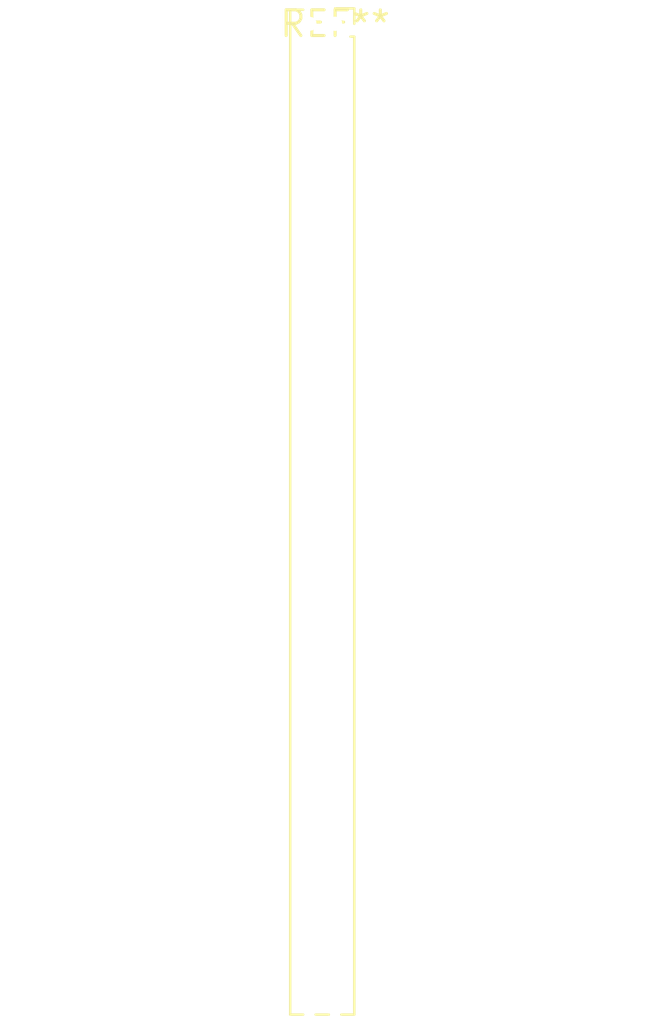
<source format=kicad_pcb>
(kicad_pcb (version 20240108) (generator pcbnew)
  (layers (0 "F.Cu" signal) (31 "B.Cu" signal) (34 "B.Paste" user) (35 "F.Paste" user) (36 "B.SilkS" user "B.Silkscreen") (37 "F.SilkS" user "F.Silkscreen") (38 "B.Mask" user) (39 "F.Mask" user) (44 "Edge.Cuts" user))
  (net 0 "")
  (footprint "PinSocket_2x39_P1.27mm_Vertical" (layer "F.Cu") (at 0 0)
    (property "Reference" "REF**")
    (property "Value" "PinSocket_2x39_P1.27mm_Vertical")
    (fp_line (start -2.22 -0.695) (end -2.22 48.955) (layer "F.SilkS") (stroke (width 0.12)))
    (fp_line (start -2.22 -0.695) (end -1.57753 -0.695) (layer "F.SilkS") (stroke (width 0.12)))
    (fp_line (start -2.22 48.955) (end -1.57753 48.955) (layer "F.SilkS") (stroke (width 0.12)))
    (fp_line (start -0.96247 -0.695) (end -0.76 -0.695) (layer "F.SilkS") (stroke (width 0.12)))
    (fp_line (start -0.96247 48.955) (end -0.30753 48.955) (layer "F.SilkS") (stroke (width 0.12)))
    (fp_line (start 0 -0.76) (end 0.95 -0.76) (layer "F.SilkS") (stroke (width 0.12)))
    (fp_line (start 0.30753 48.955) (end 0.95 48.955) (layer "F.SilkS") (stroke (width 0.12)))
    (fp_line (start 0.76 0.635) (end 0.95 0.635) (layer "F.SilkS") (stroke (width 0.12)))
    (fp_line (start 0.95 -0.76) (end 0.95 0) (layer "F.SilkS") (stroke (width 0.12)))
    (fp_line (start 0.95 0.635) (end 0.95 48.955) (layer "F.SilkS") (stroke (width 0.12)))
    (pad "1" thru_hole rect (at 0 0) (size 1 1) (drill 0.7) (layers *.Cu *.Mask) (remove_unused_layers))
    (pad "2" thru_hole oval (at -1.27 0) (size 1 1) (drill 0.7) (layers *.Cu *.Mask) (remove_unused_layers))
    (pad "3" thru_hole oval (at 0 1.27) (size 1 1) (drill 0.7) (layers *.Cu *.Mask) (remove_unused_layers))
    (pad "4" thru_hole oval (at -1.27 1.27) (size 1 1) (drill 0.7) (layers *.Cu *.Mask) (remove_unused_layers))
    (pad "5" thru_hole oval (at 0 2.54) (size 1 1) (drill 0.7) (layers *.Cu *.Mask) (remove_unused_layers))
    (pad "6" thru_hole oval (at -1.27 2.54) (size 1 1) (drill 0.7) (layers *.Cu *.Mask) (remove_unused_layers))
    (pad "7" thru_hole oval (at 0 3.81) (size 1 1) (drill 0.7) (layers *.Cu *.Mask) (remove_unused_layers))
    (pad "8" thru_hole oval (at -1.27 3.81) (size 1 1) (drill 0.7) (layers *.Cu *.Mask) (remove_unused_layers))
    (pad "9" thru_hole oval (at 0 5.08) (size 1 1) (drill 0.7) (layers *.Cu *.Mask) (remove_unused_layers))
    (pad "10" thru_hole oval (at -1.27 5.08) (size 1 1) (drill 0.7) (layers *.Cu *.Mask) (remove_unused_layers))
    (pad "11" thru_hole oval (at 0 6.35) (size 1 1) (drill 0.7) (layers *.Cu *.Mask) (remove_unused_layers))
    (pad "12" thru_hole oval (at -1.27 6.35) (size 1 1) (drill 0.7) (layers *.Cu *.Mask) (remove_unused_layers))
    (pad "13" thru_hole oval (at 0 7.62) (size 1 1) (drill 0.7) (layers *.Cu *.Mask) (remove_unused_layers))
    (pad "14" thru_hole oval (at -1.27 7.62) (size 1 1) (drill 0.7) (layers *.Cu *.Mask) (remove_unused_layers))
    (pad "15" thru_hole oval (at 0 8.89) (size 1 1) (drill 0.7) (layers *.Cu *.Mask) (remove_unused_layers))
    (pad "16" thru_hole oval (at -1.27 8.89) (size 1 1) (drill 0.7) (layers *.Cu *.Mask) (remove_unused_layers))
    (pad "17" thru_hole oval (at 0 10.16) (size 1 1) (drill 0.7) (layers *.Cu *.Mask) (remove_unused_layers))
    (pad "18" thru_hole oval (at -1.27 10.16) (size 1 1) (drill 0.7) (layers *.Cu *.Mask) (remove_unused_layers))
    (pad "19" thru_hole oval (at 0 11.43) (size 1 1) (drill 0.7) (layers *.Cu *.Mask) (remove_unused_layers))
    (pad "20" thru_hole oval (at -1.27 11.43) (size 1 1) (drill 0.7) (layers *.Cu *.Mask) (remove_unused_layers))
    (pad "21" thru_hole oval (at 0 12.7) (size 1 1) (drill 0.7) (layers *.Cu *.Mask) (remove_unused_layers))
    (pad "22" thru_hole oval (at -1.27 12.7) (size 1 1) (drill 0.7) (layers *.Cu *.Mask) (remove_unused_layers))
    (pad "23" thru_hole oval (at 0 13.97) (size 1 1) (drill 0.7) (layers *.Cu *.Mask) (remove_unused_layers))
    (pad "24" thru_hole oval (at -1.27 13.97) (size 1 1) (drill 0.7) (layers *.Cu *.Mask) (remove_unused_layers))
    (pad "25" thru_hole oval (at 0 15.24) (size 1 1) (drill 0.7) (layers *.Cu *.Mask) (remove_unused_layers))
    (pad "26" thru_hole oval (at -1.27 15.24) (size 1 1) (drill 0.7) (layers *.Cu *.Mask) (remove_unused_layers))
    (pad "27" thru_hole oval (at 0 16.51) (size 1 1) (drill 0.7) (layers *.Cu *.Mask) (remove_unused_layers))
    (pad "28" thru_hole oval (at -1.27 16.51) (size 1 1) (drill 0.7) (layers *.Cu *.Mask) (remove_unused_layers))
    (pad "29" thru_hole oval (at 0 17.78) (size 1 1) (drill 0.7) (layers *.Cu *.Mask) (remove_unused_layers))
    (pad "30" thru_hole oval (at -1.27 17.78) (size 1 1) (drill 0.7) (layers *.Cu *.Mask) (remove_unused_layers))
    (pad "31" thru_hole oval (at 0 19.05) (size 1 1) (drill 0.7) (layers *.Cu *.Mask) (remove_unused_layers))
    (pad "32" thru_hole oval (at -1.27 19.05) (size 1 1) (drill 0.7) (layers *.Cu *.Mask) (remove_unused_layers))
    (pad "33" thru_hole oval (at 0 20.32) (size 1 1) (drill 0.7) (layers *.Cu *.Mask) (remove_unused_layers))
    (pad "34" thru_hole oval (at -1.27 20.32) (size 1 1) (drill 0.7) (layers *.Cu *.Mask) (remove_unused_layers))
    (pad "35" thru_hole oval (at 0 21.59) (size 1 1) (drill 0.7) (layers *.Cu *.Mask) (remove_unused_layers))
    (pad "36" thru_hole oval (at -1.27 21.59) (size 1 1) (drill 0.7) (layers *.Cu *.Mask) (remove_unused_layers))
    (pad "37" thru_hole oval (at 0 22.86) (size 1 1) (drill 0.7) (layers *.Cu *.Mask) (remove_unused_layers))
    (pad "38" thru_hole oval (at -1.27 22.86) (size 1 1) (drill 0.7) (layers *.Cu *.Mask) (remove_unused_layers))
    (pad "39" thru_hole oval (at 0 24.13) (size 1 1) (drill 0.7) (layers *.Cu *.Mask) (remove_unused_layers))
    (pad "40" thru_hole oval (at -1.27 24.13) (size 1 1) (drill 0.7) (layers *.Cu *.Mask) (remove_unused_layers))
    (pad "41" thru_hole oval (at 0 25.4) (size 1 1) (drill 0.7) (layers *.Cu *.Mask) (remove_unused_layers))
    (pad "42" thru_hole oval (at -1.27 25.4) (size 1 1) (drill 0.7) (layers *.Cu *.Mask) (remove_unused_layers))
    (pad "43" thru_hole oval (at 0 26.67) (size 1 1) (drill 0.7) (layers *.Cu *.Mask) (remove_unused_layers))
    (pad "44" thru_hole oval (at -1.27 26.67) (size 1 1) (drill 0.7) (layers *.Cu *.Mask) (remove_unused_layers))
    (pad "45" thru_hole oval (at 0 27.94) (size 1 1) (drill 0.7) (layers *.Cu *.Mask) (remove_unused_layers))
    (pad "46" thru_hole oval (at -1.27 27.94) (size 1 1) (drill 0.7) (layers *.Cu *.Mask) (remove_unused_layers))
    (pad "47" thru_hole oval (at 0 29.21) (size 1 1) (drill 0.7) (layers *.Cu *.Mask) (remove_unused_layers))
    (pad "48" thru_hole oval (at -1.27 29.21) (size 1 1) (drill 0.7) (layers *.Cu *.Mask) (remove_unused_layers))
    (pad "49" thru_hole oval (at 0 30.48) (size 1 1) (drill 0.7) (layers *.Cu *.Mask) (remove_unused_layers))
    (pad "50" thru_hole oval (at -1.27 30.48) (size 1 1) (drill 0.7) (layers *.Cu *.Mask) (remove_unused_layers))
    (pad "51" thru_hole oval (at 0 31.75) (size 1 1) (drill 0.7) (layers *.Cu *.Mask) (remove_unused_layers))
    (pad "52" thru_hole oval (at -1.27 31.75) (size 1 1) (drill 0.7) (layers *.Cu *.Mask) (remove_unused_layers))
    (pad "53" thru_hole oval (at 0 33.02) (size 1 1) (drill 0.7) (layers *.Cu *.Mask) (remove_unused_layers))
    (pad "54" thru_hole oval (at -1.27 33.02) (size 1 1) (drill 0.7) (layers *.Cu *.Mask) (remove_unused_layers))
    (pad "55" thru_hole oval (at 0 34.29) (size 1 1) (drill 0.7) (layers *.Cu *.Mask) (remove_unused_layers))
    (pad "56" thru_hole oval (at -1.27 34.29) (size 1 1) (drill 0.7) (layers *.Cu *.Mask) (remove_unused_layers))
    (pad "57" thru_hole oval (at 0 35.56) (size 1 1) (drill 0.7) (layers *.Cu *.Mask) (remove_unused_layers))
    (pad "58" thru_hole oval (at -1.27 35.56) (size 1 1) (drill 0.7) (layers *.Cu *.Mask) (remove_unused_layers))
    (pad "59" thru_hole oval (at 0 36.83) (size 1 1) (drill 0.7) (layers *.Cu *.Mask) (remove_unused_layers))
    (pad "60" thru_hole oval (at -1.27 36.83) (size 1 1) (drill 0.7) (layers *.Cu *.Mask) (remove_unused_layers))
    (pad "61" thru_hole oval (at 0 38.1) (size 1 1) (drill 0.7) (layers *.Cu *.Mask) (remove_unused_layers))
    (pad "62" thru_hole oval (at -1.27 38.1) (size 1 1) (drill 0.7) (layers *.Cu *.Mask) (remove_unused_layers))
    (pad "63" thru_hole oval (at 0 39.37) (size 1 1) (drill 0.7) (layers *.Cu *.Mask) (remove_unused_layers))
    (pad "64" thru_hole oval (at -1.27 39.37) (size 1 1) (drill 0.7) (layers *.Cu *.Mask) (remove_unused_layers))
    (pad "65" thru_hole oval (at 0 40.64) (size 1 1) (drill 0.7) (layers *.Cu *.Mask) (remove_unused_layers))
    (pad "66" thru_hole oval (at -1.27 40.64) (size 1 1) (drill 0.7) (layers *.Cu *.Mask) (remove_unused_layers))
    (pad "67" thru_hole oval (at 0 41.91) (size 1 1) (drill 0.7) (layers *.Cu *.Mask) (remove_unused_layers))
    (pad "68" thru_hole oval (at -1.27 41.91) (size 1 1) (drill 0.7) (layers *.Cu *.Mask) (remove_unused_layers))
    (pad "69" thru_hole oval (at 0 43.18) (size 1 1) (drill 0.7) (layers *.Cu *.Mask) (remove_unused_layers))
    (pad "70" thru_hole oval (at -1.27 43.18) (size 1 1) (drill 0.7) (layers *.Cu *.Mask) (remove_unused_layers))
    (pad "71" thru_hole oval (at 0 44.45) (size 1 1) (drill 0.7) (layers *.Cu *.Mask) (remove_unused_layers))
    (pad "72" thru_hole oval (at -1.27 44.45) (size 1 1) (drill 0.7) (layers *.Cu *.Mask) (remove_unused_layers))
    (pad "73" thru_hole oval (at 0 45.72) (size 1 1) (drill 0.7) (layers *.Cu *.Mask) (remove_unused_layers))
    (pad "74" thru_hole oval (at -1.27 45.72) (size 1 1) (drill 0.7) (layers *.Cu *.Mask) (remove_unused_layers))
    (pad "75" thru_hole oval (at 0 46.99) (size 1 1) (drill 0.7) (layers *.Cu *.Mask) (remove_unused_layers))
    (pad "76" thru_hole oval (at -1.27 46.99) (size 1 1) (drill 0.7) (layers *.Cu *.Mask) (remove_unused_layers))
    (pad "77" thru_hole oval (at 0 48.26) (size 1 1) (drill 0.7) (layers *.Cu *.Mask) (remove_unused_layers))
    (pad "78" thru_hole oval (at -1.27 48.26) (size 1 1) (drill 0.7) (layers *.Cu *.Mask) (remove_unused_layers))
  )
)
</source>
